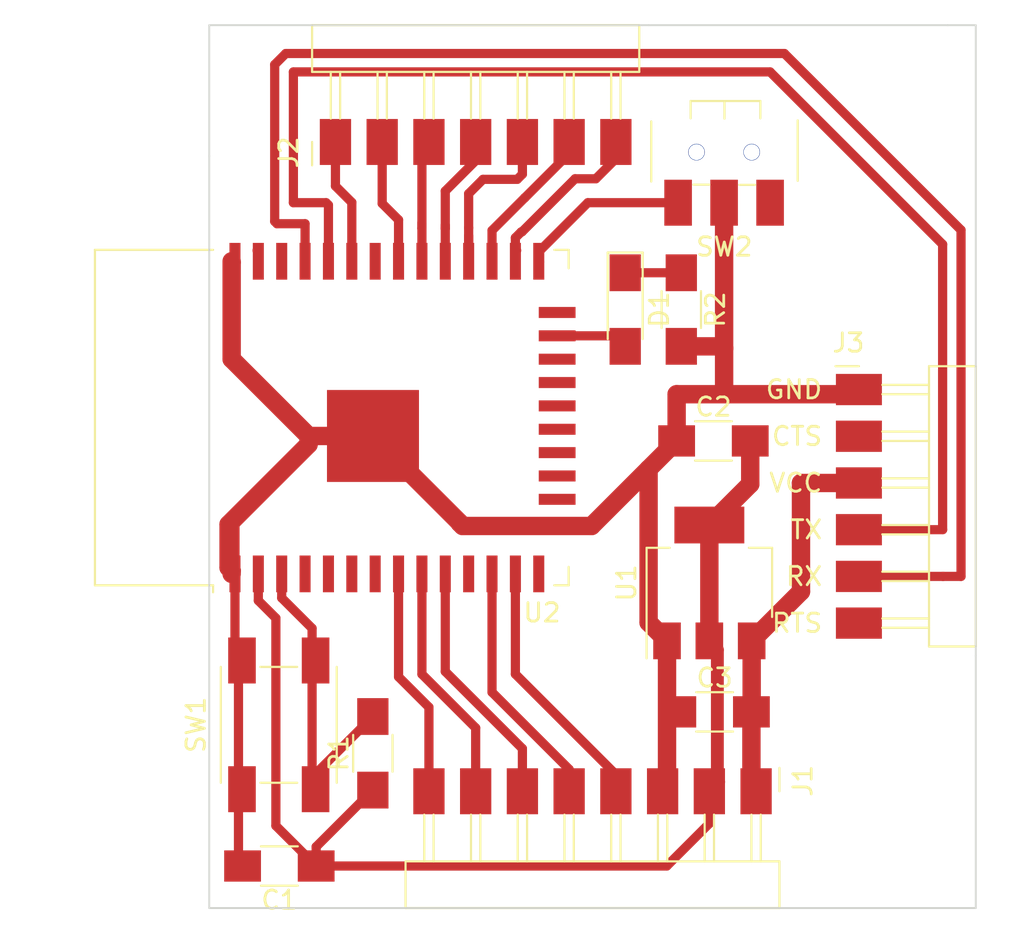
<source format=kicad_pcb>
(kicad_pcb (version 20171130) (host pcbnew "(5.1.10-1-10_14)")

  (general
    (thickness 1.6)
    (drawings 8)
    (tracks 170)
    (zones 0)
    (modules 13)
    (nets 42)
  )

  (page A4)
  (layers
    (0 F.Cu signal)
    (31 B.Cu signal)
    (32 B.Adhes user)
    (33 F.Adhes user)
    (34 B.Paste user)
    (35 F.Paste user)
    (36 B.SilkS user)
    (37 F.SilkS user)
    (38 B.Mask user)
    (39 F.Mask user)
    (40 Dwgs.User user)
    (41 Cmts.User user)
    (42 Eco1.User user)
    (43 Eco2.User user)
    (44 Edge.Cuts user)
    (45 Margin user)
    (46 B.CrtYd user)
    (47 F.CrtYd user)
    (48 B.Fab user)
    (49 F.Fab user)
  )

  (setup
    (last_trace_width 0.5)
    (trace_clearance 0.5)
    (zone_clearance 0.508)
    (zone_45_only no)
    (trace_min 0.2)
    (via_size 0.8)
    (via_drill 0.4)
    (via_min_size 0.4)
    (via_min_drill 0.3)
    (uvia_size 0.3)
    (uvia_drill 0.1)
    (uvias_allowed no)
    (uvia_min_size 0.2)
    (uvia_min_drill 0.1)
    (edge_width 0.1)
    (segment_width 0.2)
    (pcb_text_width 0.3)
    (pcb_text_size 1.5 1.5)
    (mod_edge_width 0.15)
    (mod_text_size 1 1)
    (mod_text_width 0.15)
    (pad_size 1.524 1.524)
    (pad_drill 0.762)
    (pad_to_mask_clearance 0)
    (aux_axis_origin 0 0)
    (visible_elements FFFFFF7F)
    (pcbplotparams
      (layerselection 0x010fc_ffffffff)
      (usegerberextensions false)
      (usegerberattributes true)
      (usegerberadvancedattributes true)
      (creategerberjobfile true)
      (excludeedgelayer true)
      (linewidth 0.100000)
      (plotframeref false)
      (viasonmask false)
      (mode 1)
      (useauxorigin false)
      (hpglpennumber 1)
      (hpglpenspeed 20)
      (hpglpendiameter 15.000000)
      (psnegative false)
      (psa4output false)
      (plotreference true)
      (plotvalue true)
      (plotinvisibletext false)
      (padsonsilk false)
      (subtractmaskfromsilk false)
      (outputformat 1)
      (mirror false)
      (drillshape 1)
      (scaleselection 1)
      (outputdirectory ""))
  )

  (net 0 "")
  (net 1 /VI_3V)
  (net 2 GND)
  (net 3 /MCU_IO15)
  (net 4 /MCU_IO14)
  (net 5 /MCU_IO27)
  (net 6 /MCU_IO25)
  (net 7 /MCU_IO33)
  (net 8 /MCU_IO32)
  (net 9 /MCU_IO21)
  (net 10 /MCU_IO19)
  (net 11 /MCU_IO18)
  (net 12 /MCU_IO5)
  (net 13 /MCU_IO17)
  (net 14 /MCU_IO16)
  (net 15 /MCU_IO4)
  (net 16 "Net-(J3-Pad6)")
  (net 17 /MCU_TX)
  (net 18 /MCU_RX)
  (net 19 /VI_5V)
  (net 20 "Net-(J3-Pad2)")
  (net 21 "Net-(SW2-Pad1)")
  (net 22 /MCU_IO0)
  (net 23 "Net-(U2-Pad32)")
  (net 24 "Net-(U2-Pad22)")
  (net 25 "Net-(U2-Pad21)")
  (net 26 "Net-(U2-Pad20)")
  (net 27 "Net-(U2-Pad19)")
  (net 28 "Net-(U2-Pad18)")
  (net 29 "Net-(U2-Pad17)")
  (net 30 "Net-(U2-Pad16)")
  (net 31 "Net-(U2-Pad11)")
  (net 32 "Net-(U2-Pad7)")
  (net 33 "Net-(U2-Pad6)")
  (net 34 "Net-(U2-Pad5)")
  (net 35 "Net-(U2-Pad4)")
  (net 36 /MCU_EN)
  (net 37 "Net-(U2-Pad14)")
  (net 38 "Net-(U2-Pad24)")
  (net 39 "Net-(U2-Pad37)")
  (net 40 "Net-(U2-Pad36)")
  (net 41 "Net-(D1-Pad1)")

  (net_class Default "This is the default net class."
    (clearance 0.5)
    (trace_width 0.5)
    (via_dia 0.8)
    (via_drill 0.4)
    (uvia_dia 0.3)
    (uvia_drill 0.1)
    (add_net /MCU_EN)
    (add_net /MCU_IO0)
    (add_net /MCU_IO14)
    (add_net /MCU_IO15)
    (add_net /MCU_IO16)
    (add_net /MCU_IO17)
    (add_net /MCU_IO18)
    (add_net /MCU_IO19)
    (add_net /MCU_IO21)
    (add_net /MCU_IO25)
    (add_net /MCU_IO27)
    (add_net /MCU_IO32)
    (add_net /MCU_IO33)
    (add_net /MCU_IO4)
    (add_net /MCU_IO5)
    (add_net /MCU_RX)
    (add_net /MCU_TX)
    (add_net /VI_3V)
    (add_net /VI_5V)
    (add_net GND)
    (add_net "Net-(D1-Pad1)")
    (add_net "Net-(J3-Pad2)")
    (add_net "Net-(J3-Pad6)")
    (add_net "Net-(SW2-Pad1)")
    (add_net "Net-(U2-Pad11)")
    (add_net "Net-(U2-Pad14)")
    (add_net "Net-(U2-Pad16)")
    (add_net "Net-(U2-Pad17)")
    (add_net "Net-(U2-Pad18)")
    (add_net "Net-(U2-Pad19)")
    (add_net "Net-(U2-Pad20)")
    (add_net "Net-(U2-Pad21)")
    (add_net "Net-(U2-Pad22)")
    (add_net "Net-(U2-Pad24)")
    (add_net "Net-(U2-Pad32)")
    (add_net "Net-(U2-Pad36)")
    (add_net "Net-(U2-Pad37)")
    (add_net "Net-(U2-Pad4)")
    (add_net "Net-(U2-Pad5)")
    (add_net "Net-(U2-Pad6)")
    (add_net "Net-(U2-Pad7)")
  )

  (module fab:ESP32-WROOM-32E-EDITED (layer F.Cu) (tedit 619BF0D2) (tstamp 61987352)
    (at 48.26 82.296 90)
    (descr "Single 2.4 GHz Wi-Fi and Bluetooth combo chip https://www.espressif.com/sites/default/files/documentation/esp32-wroom-32_datasheet_en.pdf")
    (tags "Single 2.4 GHz Wi-Fi and Bluetooth combo  chip")
    (path /61A4E688)
    (attr smd)
    (fp_text reference U2 (at -10.61 8.43) (layer F.SilkS)
      (effects (font (size 1 1) (thickness 0.15)))
    )
    (fp_text value ESP32-WROOM-32 (at 0 11.5 90) (layer F.Fab)
      (effects (font (size 1 1) (thickness 0.15)))
    )
    (fp_text user "5 mm" (at 7.8 -19.075) (layer Cmts.User)
      (effects (font (size 0.5 0.5) (thickness 0.1)))
    )
    (fp_text user "5 mm" (at -11.2 -14.375 90) (layer Cmts.User)
      (effects (font (size 0.5 0.5) (thickness 0.1)))
    )
    (fp_text user "5 mm" (at 11.8 -14.375 90) (layer Cmts.User)
      (effects (font (size 0.5 0.5) (thickness 0.1)))
    )
    (fp_text user Antenna (at 0 -13 90) (layer Cmts.User)
      (effects (font (size 1 1) (thickness 0.15)))
    )
    (fp_text user "KEEP-OUT ZONE" (at 0 -19 90) (layer Cmts.User)
      (effects (font (size 1 1) (thickness 0.15)))
    )
    (fp_text user %R (at 0 0 90) (layer F.Fab)
      (effects (font (size 1 1) (thickness 0.15)))
    )
    (fp_line (start -14 -9.97) (end -14 -20.75) (layer Dwgs.User) (width 0.1))
    (fp_line (start 9 9.76) (end 9 -15.745) (layer F.Fab) (width 0.1))
    (fp_line (start -9 9.76) (end 9 9.76) (layer F.Fab) (width 0.1))
    (fp_line (start -9 -15.745) (end -9 -10.02) (layer F.Fab) (width 0.1))
    (fp_line (start -9 -15.745) (end 9 -15.745) (layer F.Fab) (width 0.1))
    (fp_line (start -9.75 10.5) (end -9.75 -9.72) (layer F.CrtYd) (width 0.05))
    (fp_line (start -9.75 10.5) (end 9.75 10.5) (layer F.CrtYd) (width 0.05))
    (fp_line (start 9.75 -9.72) (end 9.75 10.5) (layer F.CrtYd) (width 0.05))
    (fp_line (start -14.25 -21) (end 14.25 -21) (layer F.CrtYd) (width 0.05))
    (fp_line (start -9 -9.02) (end -9 9.76) (layer F.Fab) (width 0.1))
    (fp_line (start -8.5 -9.52) (end -9 -10.02) (layer F.Fab) (width 0.1))
    (fp_line (start -9 -9.02) (end -8.5 -9.52) (layer F.Fab) (width 0.1))
    (fp_line (start 14 -9.97) (end -14 -9.97) (layer Dwgs.User) (width 0.1))
    (fp_line (start 14 -9.97) (end 14 -20.75) (layer Dwgs.User) (width 0.1))
    (fp_line (start 14 -20.75) (end -14 -20.75) (layer Dwgs.User) (width 0.1))
    (fp_line (start -14.25 -21) (end -14.25 -9.72) (layer F.CrtYd) (width 0.05))
    (fp_line (start 14.25 -21) (end 14.25 -9.72) (layer F.CrtYd) (width 0.05))
    (fp_line (start -14.25 -9.72) (end -9.75 -9.72) (layer F.CrtYd) (width 0.05))
    (fp_line (start 9.75 -9.72) (end 14.25 -9.72) (layer F.CrtYd) (width 0.05))
    (fp_line (start -12.525 -20.75) (end -14 -19.66) (layer Dwgs.User) (width 0.1))
    (fp_line (start -10.525 -20.75) (end -14 -18.045) (layer Dwgs.User) (width 0.1))
    (fp_line (start -8.525 -20.75) (end -14 -16.43) (layer Dwgs.User) (width 0.1))
    (fp_line (start -6.525 -20.75) (end -14 -14.815) (layer Dwgs.User) (width 0.1))
    (fp_line (start -4.525 -20.75) (end -14 -13.2) (layer Dwgs.User) (width 0.1))
    (fp_line (start -2.525 -20.75) (end -14 -11.585) (layer Dwgs.User) (width 0.1))
    (fp_line (start -0.525 -20.75) (end -14 -9.97) (layer Dwgs.User) (width 0.1))
    (fp_line (start 1.475 -20.75) (end -12 -9.97) (layer Dwgs.User) (width 0.1))
    (fp_line (start 3.475 -20.75) (end -10 -9.97) (layer Dwgs.User) (width 0.1))
    (fp_line (start -8 -9.97) (end 5.475 -20.75) (layer Dwgs.User) (width 0.1))
    (fp_line (start 7.475 -20.75) (end -6 -9.97) (layer Dwgs.User) (width 0.1))
    (fp_line (start 9.475 -20.75) (end -4 -9.97) (layer Dwgs.User) (width 0.1))
    (fp_line (start 11.475 -20.75) (end -2 -9.97) (layer Dwgs.User) (width 0.1))
    (fp_line (start 13.475 -20.75) (end 0 -9.97) (layer Dwgs.User) (width 0.1))
    (fp_line (start 14 -19.66) (end 2 -9.97) (layer Dwgs.User) (width 0.1))
    (fp_line (start 14 -18.045) (end 4 -9.97) (layer Dwgs.User) (width 0.1))
    (fp_line (start 14 -16.43) (end 6 -9.97) (layer Dwgs.User) (width 0.1))
    (fp_line (start 14 -14.815) (end 8 -9.97) (layer Dwgs.User) (width 0.1))
    (fp_line (start 14 -13.2) (end 10 -9.97) (layer Dwgs.User) (width 0.1))
    (fp_line (start 14 -11.585) (end 12 -9.97) (layer Dwgs.User) (width 0.1))
    (fp_line (start 9.2 -13.875) (end 13.8 -13.875) (layer Cmts.User) (width 0.1))
    (fp_line (start 13.8 -13.875) (end 13.6 -14.075) (layer Cmts.User) (width 0.1))
    (fp_line (start 13.8 -13.875) (end 13.6 -13.675) (layer Cmts.User) (width 0.1))
    (fp_line (start 9.2 -13.875) (end 9.4 -14.075) (layer Cmts.User) (width 0.1))
    (fp_line (start 9.2 -13.875) (end 9.4 -13.675) (layer Cmts.User) (width 0.1))
    (fp_line (start -13.8 -13.875) (end -13.6 -14.075) (layer Cmts.User) (width 0.1))
    (fp_line (start -13.8 -13.875) (end -13.6 -13.675) (layer Cmts.User) (width 0.1))
    (fp_line (start -9.2 -13.875) (end -9.4 -13.675) (layer Cmts.User) (width 0.1))
    (fp_line (start -13.8 -13.875) (end -9.2 -13.875) (layer Cmts.User) (width 0.1))
    (fp_line (start -9.2 -13.875) (end -9.4 -14.075) (layer Cmts.User) (width 0.1))
    (fp_line (start 8.4 -16) (end 8.2 -16.2) (layer Cmts.User) (width 0.1))
    (fp_line (start 8.4 -16) (end 8.6 -16.2) (layer Cmts.User) (width 0.1))
    (fp_line (start 8.4 -20.6) (end 8.6 -20.4) (layer Cmts.User) (width 0.1))
    (fp_line (start 8.4 -16) (end 8.4 -20.6) (layer Cmts.User) (width 0.1))
    (fp_line (start 8.4 -20.6) (end 8.2 -20.4) (layer Cmts.User) (width 0.1))
    (fp_line (start -9.12 9.1) (end -9.12 9.88) (layer F.SilkS) (width 0.12))
    (fp_line (start -9.12 9.88) (end -8.12 9.88) (layer F.SilkS) (width 0.12))
    (fp_line (start 9.12 9.1) (end 9.12 9.88) (layer F.SilkS) (width 0.12))
    (fp_line (start 9.12 9.88) (end 8.12 9.88) (layer F.SilkS) (width 0.12))
    (fp_line (start -9.12 -15.865) (end 9.12 -15.865) (layer F.SilkS) (width 0.12))
    (fp_line (start 9.12 -15.865) (end 9.12 -9.445) (layer F.SilkS) (width 0.12))
    (fp_line (start -9.12 -15.865) (end -9.12 -9.445) (layer F.SilkS) (width 0.12))
    (fp_line (start -9.12 -9.445) (end -9.5 -9.445) (layer F.SilkS) (width 0.12))
    (pad 38 smd rect (at 8.5 -8.255 90) (size 2 0.6) (layers F.Cu F.Paste F.Mask)
      (net 2 GND))
    (pad 37 smd rect (at 8.5 -6.985 90) (size 2 0.6) (layers F.Cu F.Paste F.Mask)
      (net 39 "Net-(U2-Pad37)"))
    (pad 36 smd rect (at 8.5 -5.715 90) (size 2 0.6) (layers F.Cu F.Paste F.Mask)
      (net 40 "Net-(U2-Pad36)"))
    (pad 35 smd rect (at 8.5 -4.445 90) (size 2 0.6) (layers F.Cu F.Paste F.Mask)
      (net 17 /MCU_TX))
    (pad 34 smd rect (at 8.5 -3.175 90) (size 2 0.6) (layers F.Cu F.Paste F.Mask)
      (net 18 /MCU_RX))
    (pad 33 smd rect (at 8.5 -1.905 90) (size 2 0.6) (layers F.Cu F.Paste F.Mask)
      (net 9 /MCU_IO21))
    (pad 32 smd rect (at 8.5 -0.635 90) (size 2 0.6) (layers F.Cu F.Paste F.Mask)
      (net 23 "Net-(U2-Pad32)"))
    (pad 31 smd rect (at 8.5 0.635 90) (size 2 0.6) (layers F.Cu F.Paste F.Mask)
      (net 10 /MCU_IO19))
    (pad 30 smd rect (at 8.5 1.905 90) (size 2 0.6) (layers F.Cu F.Paste F.Mask)
      (net 11 /MCU_IO18))
    (pad 29 smd rect (at 8.5 3.175 90) (size 2 0.6) (layers F.Cu F.Paste F.Mask)
      (net 12 /MCU_IO5))
    (pad 28 smd rect (at 8.5 4.445 90) (size 2 0.6) (layers F.Cu F.Paste F.Mask)
      (net 13 /MCU_IO17))
    (pad 27 smd rect (at 8.5 5.715 90) (size 2 0.6) (layers F.Cu F.Paste F.Mask)
      (net 14 /MCU_IO16))
    (pad 26 smd rect (at 8.5 6.985 90) (size 2 0.6) (layers F.Cu F.Paste F.Mask)
      (net 15 /MCU_IO4))
    (pad 25 smd rect (at 8.5 8.255 90) (size 2 0.6) (layers F.Cu F.Paste F.Mask)
      (net 22 /MCU_IO0))
    (pad 24 smd rect (at 5.715 9.255 180) (size 2 0.6) (layers F.Cu F.Paste F.Mask)
      (net 38 "Net-(U2-Pad24)"))
    (pad 23 smd rect (at 4.445 9.255 180) (size 2 0.6) (layers F.Cu F.Paste F.Mask)
      (net 3 /MCU_IO15))
    (pad 22 smd rect (at 3.175 9.255 180) (size 2 0.6) (layers F.Cu F.Paste F.Mask)
      (net 24 "Net-(U2-Pad22)"))
    (pad 21 smd rect (at 1.905 9.255 180) (size 2 0.6) (layers F.Cu F.Paste F.Mask)
      (net 25 "Net-(U2-Pad21)"))
    (pad 20 smd rect (at 0.635 9.255 180) (size 2 0.6) (layers F.Cu F.Paste F.Mask)
      (net 26 "Net-(U2-Pad20)"))
    (pad 19 smd rect (at -0.635 9.255 180) (size 2 0.6) (layers F.Cu F.Paste F.Mask)
      (net 27 "Net-(U2-Pad19)"))
    (pad 18 smd rect (at -1.905 9.255 180) (size 2 0.6) (layers F.Cu F.Paste F.Mask)
      (net 28 "Net-(U2-Pad18)"))
    (pad 17 smd rect (at -3.175 9.255 180) (size 2 0.6) (layers F.Cu F.Paste F.Mask)
      (net 29 "Net-(U2-Pad17)"))
    (pad 16 smd rect (at -4.445 9.255 180) (size 2 0.6) (layers F.Cu F.Paste F.Mask)
      (net 30 "Net-(U2-Pad16)"))
    (pad 15 smd rect (at -5.715 9.255 180) (size 2 0.6) (layers F.Cu F.Paste F.Mask)
      (net 2 GND))
    (pad 14 smd rect (at -8.5 8.255 90) (size 2 0.6) (layers F.Cu F.Paste F.Mask)
      (net 37 "Net-(U2-Pad14)"))
    (pad 13 smd rect (at -8.5 6.985 90) (size 2 0.6) (layers F.Cu F.Paste F.Mask)
      (net 4 /MCU_IO14))
    (pad 12 smd rect (at -8.5 5.715 90) (size 2 0.6) (layers F.Cu F.Paste F.Mask)
      (net 5 /MCU_IO27))
    (pad 11 smd rect (at -8.5 4.445 90) (size 2 0.6) (layers F.Cu F.Paste F.Mask)
      (net 31 "Net-(U2-Pad11)"))
    (pad 10 smd rect (at -8.5 3.175 90) (size 2 0.6) (layers F.Cu F.Paste F.Mask)
      (net 6 /MCU_IO25))
    (pad 9 smd rect (at -8.5 1.905 90) (size 2 0.6) (layers F.Cu F.Paste F.Mask)
      (net 7 /MCU_IO33))
    (pad 8 smd rect (at -8.5 0.635 90) (size 2 0.6) (layers F.Cu F.Paste F.Mask)
      (net 8 /MCU_IO32))
    (pad 7 smd rect (at -8.5 -0.635 90) (size 2 0.6) (layers F.Cu F.Paste F.Mask)
      (net 32 "Net-(U2-Pad7)"))
    (pad 6 smd rect (at -8.5 -1.905 90) (size 2 0.6) (layers F.Cu F.Paste F.Mask)
      (net 33 "Net-(U2-Pad6)"))
    (pad 5 smd rect (at -8.5 -3.175 90) (size 2 0.6) (layers F.Cu F.Paste F.Mask)
      (net 34 "Net-(U2-Pad5)"))
    (pad 4 smd rect (at -8.5 -4.445 90) (size 2 0.6) (layers F.Cu F.Paste F.Mask)
      (net 35 "Net-(U2-Pad4)"))
    (pad 3 smd rect (at -8.5 -5.715 90) (size 2 0.6) (layers F.Cu F.Paste F.Mask)
      (net 36 /MCU_EN))
    (pad 2 smd rect (at -8.5 -6.985 90) (size 2 0.6) (layers F.Cu F.Paste F.Mask)
      (net 1 /VI_3V))
    (pad 1 smd rect (at -8.5 -8.255 90) (size 2 0.6) (layers F.Cu F.Paste F.Mask)
      (net 2 GND))
    (pad 39 smd rect (at -1 -0.755 90) (size 5 5) (layers F.Cu F.Paste F.Mask)
      (net 2 GND))
    (model ${KISYS3DMOD}/RF_Module.3dshapes/ESP32-WROOM-32.wrl
      (at (xyz 0 0 0))
      (scale (xyz 1 1 1))
      (rotate (xyz 0 0 0))
    )
  )

  (module fab:R_1206 (layer F.Cu) (tedit 60020482) (tstamp 619BB086)
    (at 64.262 76.422 270)
    (descr "Resistor SMD 1206, hand soldering")
    (tags "resistor 1206")
    (path /61AF56A4)
    (attr smd)
    (fp_text reference R2 (at 0 -1.85 90) (layer F.SilkS)
      (effects (font (size 1 1) (thickness 0.15)))
    )
    (fp_text value 1kΩ (at 0 1.9 90) (layer F.Fab)
      (effects (font (size 1 1) (thickness 0.15)))
    )
    (fp_line (start 3.25 1.1) (end -3.25 1.1) (layer F.CrtYd) (width 0.05))
    (fp_line (start 3.25 1.1) (end 3.25 -1.11) (layer F.CrtYd) (width 0.05))
    (fp_line (start -3.25 -1.11) (end -3.25 1.1) (layer F.CrtYd) (width 0.05))
    (fp_line (start -3.25 -1.11) (end 3.25 -1.11) (layer F.CrtYd) (width 0.05))
    (fp_line (start -1 -1.07) (end 1 -1.07) (layer F.SilkS) (width 0.12))
    (fp_line (start 1 1.07) (end -1 1.07) (layer F.SilkS) (width 0.12))
    (fp_line (start -1.6 -0.8) (end 1.6 -0.8) (layer F.Fab) (width 0.1))
    (fp_line (start 1.6 -0.8) (end 1.6 0.8) (layer F.Fab) (width 0.1))
    (fp_line (start 1.6 0.8) (end -1.6 0.8) (layer F.Fab) (width 0.1))
    (fp_line (start -1.6 0.8) (end -1.6 -0.8) (layer F.Fab) (width 0.1))
    (fp_text user %R (at 0 0 90) (layer F.Fab)
      (effects (font (size 0.7 0.7) (thickness 0.105)))
    )
    (pad 1 smd rect (at -2 0 270) (size 2 1.7) (layers F.Cu F.Paste F.Mask)
      (net 41 "Net-(D1-Pad1)"))
    (pad 2 smd rect (at 2 0 270) (size 2 1.7) (layers F.Cu F.Paste F.Mask)
      (net 2 GND))
    (model ${FAB}/fab.3dshapes/R_1206.step
      (at (xyz 0 0 0))
      (scale (xyz 1 1 1))
      (rotate (xyz 0 0 0))
    )
  )

  (module fab:LED_1206 (layer F.Cu) (tedit 595FC724) (tstamp 619BAF11)
    (at 61.214 76.422 270)
    (descr "LED SMD 1206, hand soldering")
    (tags "LED 1206")
    (path /61AF47B9)
    (attr smd)
    (fp_text reference D1 (at 0 -1.85 90) (layer F.SilkS)
      (effects (font (size 1 1) (thickness 0.15)))
    )
    (fp_text value LED (at 0 1.9 90) (layer F.Fab)
      (effects (font (size 1 1) (thickness 0.15)))
    )
    (fp_line (start -3.1 -0.95) (end -3.1 0.95) (layer F.SilkS) (width 0.12))
    (fp_line (start -0.4 0) (end 0.2 -0.4) (layer F.Fab) (width 0.1))
    (fp_line (start 0.2 -0.4) (end 0.2 0.4) (layer F.Fab) (width 0.1))
    (fp_line (start 0.2 0.4) (end -0.4 0) (layer F.Fab) (width 0.1))
    (fp_line (start -0.45 -0.4) (end -0.45 0.4) (layer F.Fab) (width 0.1))
    (fp_line (start -1.6 0.8) (end -1.6 -0.8) (layer F.Fab) (width 0.1))
    (fp_line (start 1.6 0.8) (end -1.6 0.8) (layer F.Fab) (width 0.1))
    (fp_line (start 1.6 -0.8) (end 1.6 0.8) (layer F.Fab) (width 0.1))
    (fp_line (start -1.6 -0.8) (end 1.6 -0.8) (layer F.Fab) (width 0.1))
    (fp_line (start -3.1 0.95) (end 1.6 0.95) (layer F.SilkS) (width 0.12))
    (fp_line (start -3.1 -0.95) (end 1.6 -0.95) (layer F.SilkS) (width 0.12))
    (fp_line (start -3.25 -1.11) (end 3.25 -1.11) (layer F.CrtYd) (width 0.05))
    (fp_line (start -3.25 -1.11) (end -3.25 1.1) (layer F.CrtYd) (width 0.05))
    (fp_line (start 3.25 1.1) (end 3.25 -1.11) (layer F.CrtYd) (width 0.05))
    (fp_line (start 3.25 1.1) (end -3.25 1.1) (layer F.CrtYd) (width 0.05))
    (pad 1 smd rect (at -2 0 270) (size 2 1.7) (layers F.Cu F.Paste F.Mask)
      (net 41 "Net-(D1-Pad1)"))
    (pad 2 smd rect (at 2 0 270) (size 2 1.7) (layers F.Cu F.Paste F.Mask)
      (net 3 /MCU_IO15))
    (model ${KISYS3DMOD}/LEDs.3dshapes/LED_1206.wrl
      (at (xyz 0 0 0))
      (scale (xyz 1 1 1))
      (rotate (xyz 0 0 180))
    )
  )

  (module fab:Button_Omron_B3SN_6x6mm (layer F.Cu) (tedit 5EC65B05) (tstamp 619872A7)
    (at 42.386 99.004 90)
    (descr "Surface Mount Tactile Switch for High-Density Packaging")
    (tags "Tactile Switch")
    (path /619BBC44)
    (attr smd)
    (fp_text reference SW1 (at 0 -4.5 90) (layer F.SilkS)
      (effects (font (size 1 1) (thickness 0.15)))
    )
    (fp_text value BUTTON_B3SN (at -0.056 -6.382 90) (layer F.Fab)
      (effects (font (size 1 1) (thickness 0.15)))
    )
    (fp_line (start -5 3.7) (end 5 3.7) (layer F.CrtYd) (width 0.05))
    (fp_line (start 5 3.7) (end 5 -3.7) (layer F.CrtYd) (width 0.05))
    (fp_line (start 5 -3.7) (end -5 -3.7) (layer F.CrtYd) (width 0.05))
    (fp_line (start -5 -3.7) (end -5 3.7) (layer F.CrtYd) (width 0.05))
    (fp_line (start -3.15 -3.15) (end 3.15 -3.15) (layer F.SilkS) (width 0.12))
    (fp_line (start -3.15 1) (end -3.15 -1) (layer F.SilkS) (width 0.12))
    (fp_line (start 3.15 3.15) (end -3.15 3.15) (layer F.SilkS) (width 0.12))
    (fp_line (start 3.15 -1) (end 3.15 1) (layer F.SilkS) (width 0.12))
    (fp_circle (center 0 0) (end 1.65 0) (layer F.Fab) (width 0.1))
    (fp_line (start -3 -3) (end 3 -3) (layer F.Fab) (width 0.1))
    (fp_line (start 3 -3) (end 3 3) (layer F.Fab) (width 0.1))
    (fp_line (start 3 3) (end -3 3) (layer F.Fab) (width 0.1))
    (fp_line (start -3 3) (end -3 -3) (layer F.Fab) (width 0.1))
    (fp_text user %R (at 0 -4.5 90) (layer F.Fab)
      (effects (font (size 1 1) (thickness 0.15)))
    )
    (pad 1 smd rect (at -3.5 -2 90) (size 2.5 1.5) (layers F.Cu F.Paste F.Mask)
      (net 2 GND))
    (pad 1 smd rect (at 3.5 -2 90) (size 2.5 1.5) (layers F.Cu F.Paste F.Mask)
      (net 2 GND))
    (pad 2 smd rect (at -3.5 2 90) (size 2.5 1.5) (layers F.Cu F.Paste F.Mask)
      (net 36 /MCU_EN))
    (pad 2 smd rect (at 3.5 2 90) (size 2.5 1.5) (layers F.Cu F.Paste F.Mask)
      (net 36 /MCU_EN))
    (model ${KISYS3DMOD}/Buttons_Switches_SMD.3dshapes/SW_SPST_B3S-1000.wrl
      (at (xyz 0 0 0))
      (scale (xyz 1 1 1))
      (rotate (xyz 0 0 0))
    )
  )

  (module fab:PinHeader_1x07_P2.54mm_Horizontal_SMD (layer F.Cu) (tedit 60851979) (tstamp 619B8769)
    (at 45.466 67.31 90)
    (descr https://s3.amazonaws.com/catalogspreads-pdf/PAGE112-113%20.100%20MALE%20HDR.pdf)
    (tags "horizontal pin header SMD 2.54mm")
    (path /61AC9201)
    (attr smd)
    (fp_text reference J2 (at -1.524 -2.54 270) (layer F.SilkS)
      (effects (font (size 1 1) (thickness 0.15)) (justify left))
    )
    (fp_text value Conn_01x07_Female (at 0 18.415 90) (layer F.Fab)
      (effects (font (size 1 1) (thickness 0.15)))
    )
    (fp_line (start 3.81 15.494) (end 1.27 15.494) (layer F.SilkS) (width 0.12))
    (fp_line (start -0.635 14.986) (end -0.635 15.494) (layer F.Fab) (width 0.1))
    (fp_line (start 3.81 14.986) (end 1.27 14.986) (layer F.SilkS) (width 0.12))
    (fp_line (start 3.81 15.24) (end -0.635 15.24) (layer F.Fab) (width 0.1))
    (fp_line (start 6.4 -1.8) (end -1.8 -1.8) (layer F.CrtYd) (width 0.05))
    (fp_line (start 6.4 17) (end 6.4 -1.8) (layer F.CrtYd) (width 0.05))
    (fp_line (start -1.8 17) (end 6.4 17) (layer F.CrtYd) (width 0.05))
    (fp_line (start -1.8 -1.8) (end -1.8 17) (layer F.CrtYd) (width 0.05))
    (fp_line (start -1.27 -1.27) (end 0 -1.27) (layer F.SilkS) (width 0.12))
    (fp_line (start 3.8 16.51) (end 3.8 -1.27) (layer F.Fab) (width 0.1))
    (fp_line (start 3.8 -1.27) (end 6.34 -1.27) (layer F.Fab) (width 0.1))
    (fp_line (start 3.8 16.51) (end 6.35 16.51) (layer F.Fab) (width 0.1))
    (fp_line (start 6.34 -1.27) (end 6.35 16.51) (layer F.Fab) (width 0.1))
    (fp_line (start 3.81 0) (end -0.635 0) (layer F.Fab) (width 0.1))
    (fp_line (start 3.81 2.54) (end -0.635 2.54) (layer F.Fab) (width 0.1))
    (fp_line (start 3.81 5.08) (end -0.635 5.08) (layer F.Fab) (width 0.1))
    (fp_line (start 3.81 7.62) (end -0.635 7.62) (layer F.Fab) (width 0.1))
    (fp_line (start 3.81 10.16) (end -0.635 10.16) (layer F.Fab) (width 0.1))
    (fp_line (start 3.81 12.7) (end -0.635 12.7) (layer F.Fab) (width 0.1))
    (fp_line (start 3.81 -1.27) (end 6.35 -1.27) (layer F.SilkS) (width 0.12))
    (fp_line (start 6.35 -1.27) (end 6.35 16.51) (layer F.SilkS) (width 0.12))
    (fp_line (start 6.35 16.51) (end 3.81 16.51) (layer F.SilkS) (width 0.12))
    (fp_line (start 3.81 16.51) (end 3.81 -1.27) (layer F.SilkS) (width 0.12))
    (fp_line (start 3.81 -0.254) (end 1.27 -0.254) (layer F.SilkS) (width 0.12))
    (fp_line (start 3.81 0.254) (end 1.27 0.254) (layer F.SilkS) (width 0.12))
    (fp_line (start 3.81 2.286) (end 1.27 2.286) (layer F.SilkS) (width 0.12))
    (fp_line (start 3.81 2.794) (end 1.27 2.794) (layer F.SilkS) (width 0.12))
    (fp_line (start 3.81 4.826) (end 1.27 4.826) (layer F.SilkS) (width 0.12))
    (fp_line (start 3.81 5.334) (end 1.27 5.334) (layer F.SilkS) (width 0.12))
    (fp_line (start 3.81 7.366) (end 1.27 7.366) (layer F.SilkS) (width 0.12))
    (fp_line (start 3.81 7.874) (end 1.27 7.874) (layer F.SilkS) (width 0.12))
    (fp_line (start 3.81 9.906) (end 1.27 9.906) (layer F.SilkS) (width 0.12))
    (fp_line (start 3.81 10.414) (end 1.27 10.414) (layer F.SilkS) (width 0.12))
    (fp_line (start 3.81 12.446) (end 1.27 12.446) (layer F.SilkS) (width 0.12))
    (fp_line (start 3.81 12.954) (end 1.27 12.954) (layer F.SilkS) (width 0.12))
    (fp_line (start -0.635 -0.254) (end -0.635 0.254) (layer F.Fab) (width 0.1))
    (fp_line (start -0.635 2.286) (end -0.635 2.794) (layer F.Fab) (width 0.1))
    (fp_line (start -0.635 4.826) (end -0.635 5.334) (layer F.Fab) (width 0.1))
    (fp_line (start -0.635 7.366) (end -0.635 7.874) (layer F.Fab) (width 0.1))
    (fp_line (start -0.635 9.906) (end -0.635 10.414) (layer F.Fab) (width 0.1))
    (fp_line (start -0.635 12.446) (end -0.635 12.954) (layer F.Fab) (width 0.1))
    (fp_text user %R (at 2.6 7.62) (layer F.Fab)
      (effects (font (size 1 1) (thickness 0.15)))
    )
    (pad 7 smd rect (at 0 15.24 90) (size 2.5 1.7) (layers F.Cu F.Paste F.Mask)
      (net 15 /MCU_IO4))
    (pad 6 smd rect (at 0 12.7 90) (size 2.5 1.7) (layers F.Cu F.Paste F.Mask)
      (net 14 /MCU_IO16))
    (pad 5 smd rect (at 0 10.16 90) (size 2.5 1.7) (layers F.Cu F.Paste F.Mask)
      (net 13 /MCU_IO17))
    (pad 4 smd rect (at 0 7.62 90) (size 2.5 1.7) (layers F.Cu F.Paste F.Mask)
      (net 12 /MCU_IO5))
    (pad 3 smd rect (at 0 5.08 90) (size 2.5 1.7) (layers F.Cu F.Paste F.Mask)
      (net 11 /MCU_IO18))
    (pad 2 smd rect (at 0 2.54 90) (size 2.5 1.7) (layers F.Cu F.Paste F.Mask)
      (net 10 /MCU_IO19))
    (pad 1 smd rect (at 0 0 90) (size 2.5 1.7) (layers F.Cu F.Paste F.Mask)
      (net 9 /MCU_IO21))
    (model ${FAB}/fab.3dshapes/Header_SMD_01x07_P2.54mm_Horizontal_Male.step
      (at (xyz 0 0 0))
      (scale (xyz 1 1 1))
      (rotate (xyz 0 0 0))
    )
  )

  (module fab:PinHeader_1x08_P2.54mm_Horizontal_SMD (layer F.Cu) (tedit 608519DA) (tstamp 6198720B)
    (at 68.326 102.616 270)
    (descr https://s3.amazonaws.com/catalogspreads-pdf/PAGE112-113%20.100%20MALE%20HDR.pdf)
    (tags "horizontal pin header SMD 2.54mm")
    (path /6198C9B1)
    (attr smd)
    (fp_text reference J1 (at -1.524 -2.54 270) (layer F.SilkS)
      (effects (font (size 1 1) (thickness 0.15)) (justify right))
    )
    (fp_text value Conn_01x08_Female (at 7.62 9.398 180) (layer F.Fab)
      (effects (font (size 1 1) (thickness 0.15)))
    )
    (fp_line (start -0.635 12.446) (end -0.635 12.954) (layer F.Fab) (width 0.1))
    (fp_line (start -0.635 9.906) (end -0.635 10.414) (layer F.Fab) (width 0.1))
    (fp_line (start -0.635 7.366) (end -0.635 7.874) (layer F.Fab) (width 0.1))
    (fp_line (start -0.635 4.826) (end -0.635 5.334) (layer F.Fab) (width 0.1))
    (fp_line (start -0.635 2.286) (end -0.635 2.794) (layer F.Fab) (width 0.1))
    (fp_line (start -0.635 -0.254) (end -0.635 0.254) (layer F.Fab) (width 0.1))
    (fp_line (start 3.81 12.954) (end 1.27 12.954) (layer F.SilkS) (width 0.12))
    (fp_line (start 3.81 12.446) (end 1.27 12.446) (layer F.SilkS) (width 0.12))
    (fp_line (start 3.81 10.414) (end 1.27 10.414) (layer F.SilkS) (width 0.12))
    (fp_line (start 3.81 9.906) (end 1.27 9.906) (layer F.SilkS) (width 0.12))
    (fp_line (start 3.81 7.874) (end 1.27 7.874) (layer F.SilkS) (width 0.12))
    (fp_line (start 3.81 7.366) (end 1.27 7.366) (layer F.SilkS) (width 0.12))
    (fp_line (start 3.81 5.334) (end 1.27 5.334) (layer F.SilkS) (width 0.12))
    (fp_line (start 3.81 4.826) (end 1.27 4.826) (layer F.SilkS) (width 0.12))
    (fp_line (start 3.81 2.794) (end 1.27 2.794) (layer F.SilkS) (width 0.12))
    (fp_line (start 3.81 2.286) (end 1.27 2.286) (layer F.SilkS) (width 0.12))
    (fp_line (start 3.81 0.254) (end 1.27 0.254) (layer F.SilkS) (width 0.12))
    (fp_line (start 3.81 -0.254) (end 1.27 -0.254) (layer F.SilkS) (width 0.12))
    (fp_line (start 3.81 19.05) (end 3.81 -1.27) (layer F.SilkS) (width 0.12))
    (fp_line (start 6.35 19.05) (end 3.81 19.05) (layer F.SilkS) (width 0.12))
    (fp_line (start 6.35 -1.27) (end 6.35 19.05) (layer F.SilkS) (width 0.12))
    (fp_line (start 3.81 -1.27) (end 6.35 -1.27) (layer F.SilkS) (width 0.12))
    (fp_line (start 3.81 12.7) (end -0.635 12.7) (layer F.Fab) (width 0.1))
    (fp_line (start 3.81 10.16) (end -0.635 10.16) (layer F.Fab) (width 0.1))
    (fp_line (start 3.81 7.62) (end -0.635 7.62) (layer F.Fab) (width 0.1))
    (fp_line (start 3.81 5.08) (end -0.635 5.08) (layer F.Fab) (width 0.1))
    (fp_line (start 3.81 2.54) (end -0.635 2.54) (layer F.Fab) (width 0.1))
    (fp_line (start 3.81 0) (end -0.635 0) (layer F.Fab) (width 0.1))
    (fp_line (start 6.34 -1.27) (end 6.35 19.05) (layer F.Fab) (width 0.1))
    (fp_line (start 3.8 19.05) (end 6.35 19.05) (layer F.Fab) (width 0.1))
    (fp_line (start 3.8 -1.27) (end 6.34 -1.27) (layer F.Fab) (width 0.1))
    (fp_line (start 3.8 19.05) (end 3.8 -1.27) (layer F.Fab) (width 0.1))
    (fp_line (start -1.27 -1.27) (end 0 -1.27) (layer F.SilkS) (width 0.12))
    (fp_line (start -1.8 -1.8) (end -1.8 19.6) (layer F.CrtYd) (width 0.05))
    (fp_line (start -1.8 19.6) (end 6.4 19.6) (layer F.CrtYd) (width 0.05))
    (fp_line (start 6.4 19.6) (end 6.4 -1.8) (layer F.CrtYd) (width 0.05))
    (fp_line (start 6.4 -1.8) (end -1.8 -1.8) (layer F.CrtYd) (width 0.05))
    (fp_line (start 3.81 15.24) (end -0.635 15.24) (layer F.Fab) (width 0.1))
    (fp_line (start 3.81 14.986) (end 1.27 14.986) (layer F.SilkS) (width 0.12))
    (fp_line (start -0.635 14.986) (end -0.635 15.494) (layer F.Fab) (width 0.1))
    (fp_line (start 3.81 15.494) (end 1.27 15.494) (layer F.SilkS) (width 0.12))
    (fp_line (start 3.81 17.78) (end -0.635 17.78) (layer F.Fab) (width 0.1))
    (fp_line (start -0.635 17.526) (end -0.635 18.034) (layer F.Fab) (width 0.1))
    (fp_line (start 3.81 17.526) (end 1.27 17.526) (layer F.SilkS) (width 0.12))
    (fp_line (start 3.81 18.034) (end 1.27 18.034) (layer F.SilkS) (width 0.12))
    (fp_text user %R (at 2.54 8.89) (layer F.Fab)
      (effects (font (size 1 1) (thickness 0.15)))
    )
    (pad 8 smd rect (at 0 17.78 270) (size 2.5 1.7) (layers F.Cu F.Paste F.Mask)
      (net 8 /MCU_IO32))
    (pad 7 smd rect (at 0 15.24 270) (size 2.5 1.7) (layers F.Cu F.Paste F.Mask)
      (net 7 /MCU_IO33))
    (pad 6 smd rect (at 0 12.7 270) (size 2.5 1.7) (layers F.Cu F.Paste F.Mask)
      (net 6 /MCU_IO25))
    (pad 5 smd rect (at 0 10.16 270) (size 2.5 1.7) (layers F.Cu F.Paste F.Mask)
      (net 5 /MCU_IO27))
    (pad 4 smd rect (at 0 7.62 270) (size 2.5 1.7) (layers F.Cu F.Paste F.Mask)
      (net 4 /MCU_IO14))
    (pad 3 smd rect (at 0 5.08 270) (size 2.5 1.7) (layers F.Cu F.Paste F.Mask)
      (net 2 GND))
    (pad 2 smd rect (at 0 2.54 270) (size 2.5 1.7) (layers F.Cu F.Paste F.Mask)
      (net 1 /VI_3V))
    (pad 1 smd rect (at 0 0 270) (size 2.5 1.7) (layers F.Cu F.Paste F.Mask)
      (net 19 /VI_5V))
    (model ${FAB}/fab.3dshapes/Header_SMD_01x08_P2.54mm_Horizontal_Male.step
      (at (xyz 0 0 0))
      (scale (xyz 1 1 1))
      (rotate (xyz 0 0 0))
    )
  )

  (module fab:C_1206 (layer F.Cu) (tedit 6002C54C) (tstamp 619871C0)
    (at 42.418 106.68 180)
    (descr "Capacitor SMD 1206, hand soldering")
    (tags "capacitor 1206")
    (path /61986C17)
    (attr smd)
    (fp_text reference C1 (at 0 -1.85) (layer F.SilkS)
      (effects (font (size 1 1) (thickness 0.15)))
    )
    (fp_text value "0.1 uF" (at 0 1.9) (layer F.Fab)
      (effects (font (size 1 1) (thickness 0.15)))
    )
    (fp_line (start 3.25 1.1) (end -3.25 1.1) (layer F.CrtYd) (width 0.05))
    (fp_line (start 3.25 1.1) (end 3.25 -1.11) (layer F.CrtYd) (width 0.05))
    (fp_line (start -3.25 -1.11) (end -3.25 1.1) (layer F.CrtYd) (width 0.05))
    (fp_line (start -3.25 -1.11) (end 3.25 -1.11) (layer F.CrtYd) (width 0.05))
    (fp_line (start -1 -1.07) (end 1 -1.07) (layer F.SilkS) (width 0.12))
    (fp_line (start 1 1.07) (end -1 1.07) (layer F.SilkS) (width 0.12))
    (fp_line (start -1.6 -0.8) (end 1.6 -0.8) (layer F.Fab) (width 0.1))
    (fp_line (start 1.6 -0.8) (end 1.6 0.8) (layer F.Fab) (width 0.1))
    (fp_line (start 1.6 0.8) (end -1.6 0.8) (layer F.Fab) (width 0.1))
    (fp_line (start -1.6 0.8) (end -1.6 -0.8) (layer F.Fab) (width 0.1))
    (fp_text user %R (at 0 0) (layer F.Fab)
      (effects (font (size 0.7 0.7) (thickness 0.105)))
    )
    (pad 1 smd rect (at -2 0 180) (size 2 1.7) (layers F.Cu F.Paste F.Mask)
      (net 1 /VI_3V))
    (pad 2 smd rect (at 2 0 180) (size 2 1.7) (layers F.Cu F.Paste F.Mask)
      (net 2 GND))
    (model ${FAB}/fab.3dshapes/C_1206.step
      (at (xyz 0 0 0))
      (scale (xyz 1 1 1))
      (rotate (xyz 0 0 0))
    )
  )

  (module fab:C_1206 (layer F.Cu) (tedit 6002C54C) (tstamp 6198B8AB)
    (at 66.072 98.298)
    (descr "Capacitor SMD 1206, hand soldering")
    (tags "capacitor 1206")
    (path /619D9FC9)
    (attr smd)
    (fp_text reference C3 (at 0 -1.85) (layer F.SilkS)
      (effects (font (size 1 1) (thickness 0.15)))
    )
    (fp_text value 10uF (at 0 1.9) (layer F.Fab)
      (effects (font (size 1 1) (thickness 0.15)))
    )
    (fp_line (start 3.25 1.1) (end -3.25 1.1) (layer F.CrtYd) (width 0.05))
    (fp_line (start 3.25 1.1) (end 3.25 -1.11) (layer F.CrtYd) (width 0.05))
    (fp_line (start -3.25 -1.11) (end -3.25 1.1) (layer F.CrtYd) (width 0.05))
    (fp_line (start -3.25 -1.11) (end 3.25 -1.11) (layer F.CrtYd) (width 0.05))
    (fp_line (start -1 -1.07) (end 1 -1.07) (layer F.SilkS) (width 0.12))
    (fp_line (start 1 1.07) (end -1 1.07) (layer F.SilkS) (width 0.12))
    (fp_line (start -1.6 -0.8) (end 1.6 -0.8) (layer F.Fab) (width 0.1))
    (fp_line (start 1.6 -0.8) (end 1.6 0.8) (layer F.Fab) (width 0.1))
    (fp_line (start 1.6 0.8) (end -1.6 0.8) (layer F.Fab) (width 0.1))
    (fp_line (start -1.6 0.8) (end -1.6 -0.8) (layer F.Fab) (width 0.1))
    (fp_text user %R (at 0 0) (layer F.Fab)
      (effects (font (size 0.7 0.7) (thickness 0.105)))
    )
    (pad 1 smd rect (at -2 0) (size 2 1.7) (layers F.Cu F.Paste F.Mask)
      (net 2 GND))
    (pad 2 smd rect (at 2 0) (size 2 1.7) (layers F.Cu F.Paste F.Mask)
      (net 19 /VI_5V))
    (model ${FAB}/fab.3dshapes/C_1206.step
      (at (xyz 0 0 0))
      (scale (xyz 1 1 1))
      (rotate (xyz 0 0 0))
    )
  )

  (module fab:Switch_SPDT_C&K_AYZ0102AGRLC_7.2x3mm_P2.5mm (layer F.Cu) (tedit 5EC6693D) (tstamp 619872CD)
    (at 66.588 67.862 180)
    (descr http://www.ckswitches.com/media/1422/js.pdf)
    (tags "switch spdt")
    (path /6198348D)
    (attr smd)
    (fp_text reference SW2 (at -0.01 -5.15) (layer F.SilkS)
      (effects (font (size 1 1) (thickness 0.15)))
    )
    (fp_text value SWITCH_AYZ0102AGRLC (at -4.826 2.794) (layer F.Fab)
      (effects (font (size 1 1) (thickness 0.15)))
    )
    (fp_text user %R (at 0 0) (layer F.Fab)
      (effects (font (size 1 1) (thickness 0.15)))
    )
    (fp_line (start 3.5 -4.29) (end -3.5 -4.29) (layer F.CrtYd) (width 0.05))
    (fp_line (start -1.5 2.5) (end -1.5 1.5) (layer F.Fab) (width 0.1))
    (fp_line (start -3.6 -1.5) (end -3.6 1.5) (layer F.Fab) (width 0.1))
    (fp_line (start 3.6 1.5) (end -3.6 1.5) (layer F.Fab) (width 0.1))
    (fp_line (start 3.6 -1.5) (end 3.6 1.5) (layer F.Fab) (width 0.1))
    (fp_line (start -3.6 -1.5) (end 3.6 -1.5) (layer F.Fab) (width 0.1))
    (fp_line (start 0 2.5) (end 0 1.5) (layer F.Fab) (width 0.1))
    (fp_line (start -1.5 2.5) (end 0 2.5) (layer F.Fab) (width 0.1))
    (fp_line (start 1.5 2.5) (end 1.5 1.5) (layer F.Fab) (width 0.1))
    (fp_line (start 3.5 -4.29) (end 3.5 -1.83) (layer F.CrtYd) (width 0.05))
    (fp_line (start 3.5 -1.83) (end 3.95 -1.83) (layer F.CrtYd) (width 0.05))
    (fp_line (start -3.99 -1.89) (end -3.5 -1.89) (layer F.CrtYd) (width 0.05))
    (fp_line (start -3.5 -1.89) (end -3.5 -4.29) (layer F.CrtYd) (width 0.05))
    (fp_line (start 3.95 -1.83) (end 3.95 1.82) (layer F.CrtYd) (width 0.05))
    (fp_line (start 3.95 1.82) (end 1.86 1.82) (layer F.CrtYd) (width 0.05))
    (fp_line (start 1.86 1.82) (end 1.86 2.91) (layer F.CrtYd) (width 0.05))
    (fp_line (start 1.86 2.91) (end -1.93 2.91) (layer F.CrtYd) (width 0.05))
    (fp_line (start -1.93 2.91) (end -1.93 1.84) (layer F.CrtYd) (width 0.05))
    (fp_line (start -1.93 1.84) (end -3.99 1.84) (layer F.CrtYd) (width 0.05))
    (fp_line (start -3.99 1.84) (end -3.99 -1.89) (layer F.CrtYd) (width 0.05))
    (fp_line (start -4 -1.56) (end -4 1.73) (layer F.SilkS) (width 0.12))
    (fp_line (start 3.96 -1.6) (end 3.96 1.67) (layer F.SilkS) (width 0.12))
    (fp_line (start -1.97 1.84) (end -1.97 2.78) (layer F.SilkS) (width 0.12))
    (fp_line (start -1.97 2.78) (end 1.82 2.78) (layer F.SilkS) (width 0.12))
    (fp_line (start 1.82 2.78) (end 1.82 1.84) (layer F.SilkS) (width 0.12))
    (fp_line (start -1.68 -1.78) (end -0.83 -1.78) (layer F.SilkS) (width 0.12))
    (fp_line (start 0.8 -1.77) (end 1.67 -1.77) (layer F.SilkS) (width 0.12))
    (fp_line (start -0.02 1.82) (end -0.02 2.77) (layer F.SilkS) (width 0.12))
    (pad "" np_thru_hole circle (at 1.5 0 180) (size 0.9 0.9) (drill 0.85) (layers *.Cu *.Mask))
    (pad "" np_thru_hole circle (at -1.5 0 180) (size 0.9 0.9) (drill 0.85) (layers *.Cu *.Mask))
    (pad 3 smd rect (at 2.5 -2.75 180) (size 1.5 2.5) (layers F.Cu F.Paste F.Mask)
      (net 22 /MCU_IO0))
    (pad 2 smd rect (at 0 -2.75 180) (size 1.5 2.5) (layers F.Cu F.Paste F.Mask)
      (net 2 GND))
    (pad 1 smd rect (at -2.5 -2.75 180) (size 1.5 2.5) (layers F.Cu F.Paste F.Mask)
      (net 21 "Net-(SW2-Pad1)"))
    (model ${KISYS3DMOD}/Buttons_Switches_SMD.3dshapes/SW_SPDT_CK-JS102011SAQN.wrl
      (at (xyz 0 0 0))
      (scale (xyz 1 1 1))
      (rotate (xyz 0 0 0))
    )
  )

  (module fab:SOT-223-3_TabPin2 (layer F.Cu) (tedit 58CE4E7E) (tstamp 619872E3)
    (at 65.786 91.288 90)
    (descr "module CMS SOT223 4 pins")
    (tags "CMS SOT")
    (path /619B726C)
    (attr smd)
    (fp_text reference U1 (at 0 -4.5 90) (layer F.SilkS)
      (effects (font (size 1 1) (thickness 0.15)))
    )
    (fp_text value Regulator_Linear_ZLDO1117-3.3V-1A (at 0 4.5 90) (layer F.Fab)
      (effects (font (size 1 1) (thickness 0.15)))
    )
    (fp_line (start 1.85 -3.35) (end 1.85 3.35) (layer F.Fab) (width 0.1))
    (fp_line (start -1.85 3.35) (end 1.85 3.35) (layer F.Fab) (width 0.1))
    (fp_line (start -4.1 -3.41) (end 1.91 -3.41) (layer F.SilkS) (width 0.12))
    (fp_line (start -0.85 -3.35) (end 1.85 -3.35) (layer F.Fab) (width 0.1))
    (fp_line (start -1.85 3.41) (end 1.91 3.41) (layer F.SilkS) (width 0.12))
    (fp_line (start -1.85 -2.35) (end -1.85 3.35) (layer F.Fab) (width 0.1))
    (fp_line (start -1.85 -2.35) (end -0.85 -3.35) (layer F.Fab) (width 0.1))
    (fp_line (start -4.4 -3.6) (end -4.4 3.6) (layer F.CrtYd) (width 0.05))
    (fp_line (start -4.4 3.6) (end 4.4 3.6) (layer F.CrtYd) (width 0.05))
    (fp_line (start 4.4 3.6) (end 4.4 -3.6) (layer F.CrtYd) (width 0.05))
    (fp_line (start 4.4 -3.6) (end -4.4 -3.6) (layer F.CrtYd) (width 0.05))
    (fp_line (start 1.91 -3.41) (end 1.91 -2.15) (layer F.SilkS) (width 0.12))
    (fp_line (start 1.91 3.41) (end 1.91 2.15) (layer F.SilkS) (width 0.12))
    (fp_text user %R (at 0 0) (layer F.Fab)
      (effects (font (size 0.8 0.8) (thickness 0.12)))
    )
    (pad 2 smd rect (at 3.15 0 90) (size 2 3.8) (layers F.Cu F.Paste F.Mask)
      (net 1 /VI_3V))
    (pad 2 smd rect (at -3.15 0 90) (size 2 1.5) (layers F.Cu F.Paste F.Mask)
      (net 1 /VI_3V))
    (pad 3 smd rect (at -3.15 2.3 90) (size 2 1.5) (layers F.Cu F.Paste F.Mask)
      (net 19 /VI_5V))
    (pad 1 smd rect (at -3.15 -2.3 90) (size 2 1.5) (layers F.Cu F.Paste F.Mask)
      (net 2 GND))
    (model ${KISYS3DMOD}/TO_SOT_Packages_SMD.3dshapes/SOT-223.wrl
      (at (xyz 0 0 0))
      (scale (xyz 1 1 1))
      (rotate (xyz 0 0 0))
    )
  )

  (module fab:R_1206 (layer F.Cu) (tedit 60020482) (tstamp 61987291)
    (at 47.498 100.552 90)
    (descr "Resistor SMD 1206, hand soldering")
    (tags "resistor 1206")
    (path /619CC5E6)
    (attr smd)
    (fp_text reference R1 (at 0 -1.85 90) (layer F.SilkS)
      (effects (font (size 1 1) (thickness 0.15)))
    )
    (fp_text value 10kΩ (at 0 1.9 90) (layer F.Fab)
      (effects (font (size 1 1) (thickness 0.15)))
    )
    (fp_line (start 3.25 1.1) (end -3.25 1.1) (layer F.CrtYd) (width 0.05))
    (fp_line (start 3.25 1.1) (end 3.25 -1.11) (layer F.CrtYd) (width 0.05))
    (fp_line (start -3.25 -1.11) (end -3.25 1.1) (layer F.CrtYd) (width 0.05))
    (fp_line (start -3.25 -1.11) (end 3.25 -1.11) (layer F.CrtYd) (width 0.05))
    (fp_line (start -1 -1.07) (end 1 -1.07) (layer F.SilkS) (width 0.12))
    (fp_line (start 1 1.07) (end -1 1.07) (layer F.SilkS) (width 0.12))
    (fp_line (start -1.6 -0.8) (end 1.6 -0.8) (layer F.Fab) (width 0.1))
    (fp_line (start 1.6 -0.8) (end 1.6 0.8) (layer F.Fab) (width 0.1))
    (fp_line (start 1.6 0.8) (end -1.6 0.8) (layer F.Fab) (width 0.1))
    (fp_line (start -1.6 0.8) (end -1.6 -0.8) (layer F.Fab) (width 0.1))
    (fp_text user %R (at 0 0 90) (layer F.Fab)
      (effects (font (size 0.7 0.7) (thickness 0.105)))
    )
    (pad 1 smd rect (at -2 0 90) (size 2 1.7) (layers F.Cu F.Paste F.Mask)
      (net 1 /VI_3V))
    (pad 2 smd rect (at 2 0 90) (size 2 1.7) (layers F.Cu F.Paste F.Mask)
      (net 36 /MCU_EN))
    (model ${FAB}/fab.3dshapes/R_1206.step
      (at (xyz 0 0 0))
      (scale (xyz 1 1 1))
      (rotate (xyz 0 0 0))
    )
  )

  (module fab:PinHeader_FTDI_01x06_P2.54mm_Horizontal_SMD (layer F.Cu) (tedit 60851AE4) (tstamp 61987280)
    (at 73.914 80.772)
    (descr https://s3.amazonaws.com/catalogspreads-pdf/PAGE112-113%20.100%20MALE%20HDR.pdf)
    (tags "horizontal pin header SMD 2.54mm")
    (path /61972EB9)
    (attr smd)
    (fp_text reference J3 (at -1.524 -2.54 180) (layer F.SilkS)
      (effects (font (size 1 1) (thickness 0.15)) (justify left))
    )
    (fp_text value Conn_PinHeader_FTDI_1x06_P2.54mm_Horizontal_SMD (at 8.128 8.636 90) (layer F.Fab)
      (effects (font (size 1 1) (thickness 0.15)))
    )
    (fp_line (start -0.635 12.446) (end -0.635 12.954) (layer F.Fab) (width 0.1))
    (fp_line (start -0.635 9.906) (end -0.635 10.414) (layer F.Fab) (width 0.1))
    (fp_line (start -0.635 7.366) (end -0.635 7.874) (layer F.Fab) (width 0.1))
    (fp_line (start -0.635 4.826) (end -0.635 5.334) (layer F.Fab) (width 0.1))
    (fp_line (start -0.635 2.286) (end -0.635 2.794) (layer F.Fab) (width 0.1))
    (fp_line (start -0.635 -0.254) (end -0.635 0.254) (layer F.Fab) (width 0.1))
    (fp_line (start 3.81 12.954) (end 1.27 12.954) (layer F.SilkS) (width 0.12))
    (fp_line (start 3.81 12.446) (end 1.27 12.446) (layer F.SilkS) (width 0.12))
    (fp_line (start 3.81 10.414) (end 1.27 10.414) (layer F.SilkS) (width 0.12))
    (fp_line (start 3.81 9.906) (end 1.27 9.906) (layer F.SilkS) (width 0.12))
    (fp_line (start 3.81 7.874) (end 1.27 7.874) (layer F.SilkS) (width 0.12))
    (fp_line (start 3.81 7.366) (end 1.27 7.366) (layer F.SilkS) (width 0.12))
    (fp_line (start 3.81 5.334) (end 1.27 5.334) (layer F.SilkS) (width 0.12))
    (fp_line (start 3.81 4.826) (end 1.27 4.826) (layer F.SilkS) (width 0.12))
    (fp_line (start 3.81 2.794) (end 1.27 2.794) (layer F.SilkS) (width 0.12))
    (fp_line (start 3.81 2.286) (end 1.27 2.286) (layer F.SilkS) (width 0.12))
    (fp_line (start 3.81 0.254) (end 1.27 0.254) (layer F.SilkS) (width 0.12))
    (fp_line (start 3.81 -0.254) (end 1.27 -0.254) (layer F.SilkS) (width 0.12))
    (fp_line (start 3.81 13.97) (end 3.81 -1.27) (layer F.SilkS) (width 0.12))
    (fp_line (start 6.35 13.97) (end 3.81 13.97) (layer F.SilkS) (width 0.12))
    (fp_line (start 6.35 -1.27) (end 6.35 13.97) (layer F.SilkS) (width 0.12))
    (fp_line (start 3.81 -1.27) (end 6.35 -1.27) (layer F.SilkS) (width 0.12))
    (fp_line (start 3.81 12.7) (end -0.635 12.7) (layer F.Fab) (width 0.1))
    (fp_line (start 3.81 10.16) (end -0.635 10.16) (layer F.Fab) (width 0.1))
    (fp_line (start 3.81 7.62) (end -0.635 7.62) (layer F.Fab) (width 0.1))
    (fp_line (start 3.81 5.08) (end -0.635 5.08) (layer F.Fab) (width 0.1))
    (fp_line (start 3.81 2.54) (end -0.635 2.54) (layer F.Fab) (width 0.1))
    (fp_line (start 3.81 0) (end -0.635 0) (layer F.Fab) (width 0.1))
    (fp_line (start 6.34 -1.27) (end 6.35 13.97) (layer F.Fab) (width 0.1))
    (fp_line (start 3.8 13.97) (end 6.35 13.97) (layer F.Fab) (width 0.1))
    (fp_line (start 3.8 -1.27) (end 6.34 -1.27) (layer F.Fab) (width 0.1))
    (fp_line (start 3.8 13.97) (end 3.8 -1.27) (layer F.Fab) (width 0.1))
    (fp_line (start -1.27 -1.27) (end 0 -1.27) (layer F.SilkS) (width 0.12))
    (fp_line (start -1.8 -1.8) (end -1.8 14.5) (layer F.CrtYd) (width 0.05))
    (fp_line (start -1.8 14.5) (end 6.4 14.5) (layer F.CrtYd) (width 0.05))
    (fp_line (start 6.4 14.5) (end 6.4 -1.8) (layer F.CrtYd) (width 0.05))
    (fp_line (start 6.4 -1.8) (end -1.8 -1.8) (layer F.CrtYd) (width 0.05))
    (fp_text user RTS (at -1.905 12.7) (layer F.SilkS)
      (effects (font (size 1 1) (thickness 0.15)) (justify right))
    )
    (fp_text user RX (at -1.905 10.16) (layer F.SilkS)
      (effects (font (size 1 1) (thickness 0.15)) (justify right))
    )
    (fp_text user TX (at -1.905 7.62) (layer F.SilkS)
      (effects (font (size 1 1) (thickness 0.15)) (justify right))
    )
    (fp_text user VCC (at -1.905 5.08) (layer F.SilkS)
      (effects (font (size 1 1) (thickness 0.15)) (justify right))
    )
    (fp_text user CTS (at -1.905 2.54) (layer F.SilkS)
      (effects (font (size 1 1) (thickness 0.15)) (justify right))
    )
    (fp_text user GND (at -1.905 0) (layer F.SilkS)
      (effects (font (size 1 1) (thickness 0.15)) (justify right))
    )
    (fp_text user %R (at 2.6 6.1 90) (layer F.Fab)
      (effects (font (size 1 1) (thickness 0.15)))
    )
    (pad 6 smd rect (at 0 12.7) (size 2.5 1.7) (layers F.Cu F.Paste F.Mask)
      (net 16 "Net-(J3-Pad6)"))
    (pad 5 smd rect (at 0 10.16) (size 2.5 1.7) (layers F.Cu F.Paste F.Mask)
      (net 17 /MCU_TX))
    (pad 4 smd rect (at 0 7.62) (size 2.5 1.7) (layers F.Cu F.Paste F.Mask)
      (net 18 /MCU_RX))
    (pad 3 smd rect (at 0 5.08) (size 2.5 1.7) (layers F.Cu F.Paste F.Mask)
      (net 19 /VI_5V))
    (pad 2 smd rect (at 0 2.54) (size 2.5 1.7) (layers F.Cu F.Paste F.Mask)
      (net 20 "Net-(J3-Pad2)"))
    (pad 1 smd rect (at 0 0) (size 2.5 1.7) (layers F.Cu F.Paste F.Mask)
      (net 2 GND))
    (model ${FAB}/fab.3dshapes/Header_SMD_01x06_P2.54mm_Horizontal_Male.step
      (at (xyz 0 0 0))
      (scale (xyz 1 1 1))
      (rotate (xyz 0 0 0))
    )
  )

  (module fab:C_1206 (layer F.Cu) (tedit 6002C54C) (tstamp 619871D1)
    (at 66.008 83.566)
    (descr "Capacitor SMD 1206, hand soldering")
    (tags "capacitor 1206")
    (path /6199D20F)
    (attr smd)
    (fp_text reference C2 (at 0 -1.85) (layer F.SilkS)
      (effects (font (size 1 1) (thickness 0.15)))
    )
    (fp_text value 1uF (at 0 1.9) (layer F.Fab)
      (effects (font (size 1 1) (thickness 0.15)))
    )
    (fp_line (start 3.25 1.1) (end -3.25 1.1) (layer F.CrtYd) (width 0.05))
    (fp_line (start 3.25 1.1) (end 3.25 -1.11) (layer F.CrtYd) (width 0.05))
    (fp_line (start -3.25 -1.11) (end -3.25 1.1) (layer F.CrtYd) (width 0.05))
    (fp_line (start -3.25 -1.11) (end 3.25 -1.11) (layer F.CrtYd) (width 0.05))
    (fp_line (start -1 -1.07) (end 1 -1.07) (layer F.SilkS) (width 0.12))
    (fp_line (start 1 1.07) (end -1 1.07) (layer F.SilkS) (width 0.12))
    (fp_line (start -1.6 -0.8) (end 1.6 -0.8) (layer F.Fab) (width 0.1))
    (fp_line (start 1.6 -0.8) (end 1.6 0.8) (layer F.Fab) (width 0.1))
    (fp_line (start 1.6 0.8) (end -1.6 0.8) (layer F.Fab) (width 0.1))
    (fp_line (start -1.6 0.8) (end -1.6 -0.8) (layer F.Fab) (width 0.1))
    (fp_text user %R (at 0 0) (layer F.Fab)
      (effects (font (size 0.7 0.7) (thickness 0.105)))
    )
    (pad 1 smd rect (at -2 0) (size 2 1.7) (layers F.Cu F.Paste F.Mask)
      (net 2 GND))
    (pad 2 smd rect (at 2 0) (size 2 1.7) (layers F.Cu F.Paste F.Mask)
      (net 1 /VI_3V))
    (model ${FAB}/fab.3dshapes/C_1206.step
      (at (xyz 0 0 0))
      (scale (xyz 1 1 1))
      (rotate (xyz 0 0 0))
    )
  )

  (gr_line (start 38.608 108.966) (end 38.608 68.072) (layer Edge.Cuts) (width 0.1) (tstamp 619BAB3A))
  (gr_line (start 80.264 108.966) (end 38.608 108.966) (layer Edge.Cuts) (width 0.1))
  (gr_line (start 80.264 95.25) (end 80.264 108.966) (layer Edge.Cuts) (width 0.1))
  (gr_line (start 80.264 60.96) (end 80.264 95.25) (layer Edge.Cuts) (width 0.1))
  (gr_line (start 78.74 60.96) (end 80.264 60.96) (layer Edge.Cuts) (width 0.1))
  (gr_line (start 62.484 60.96) (end 78.74 60.96) (layer Edge.Cuts) (width 0.1))
  (gr_line (start 38.608 60.96) (end 62.484 60.96) (layer Edge.Cuts) (width 0.1))
  (gr_line (start 38.608 68.072) (end 38.608 60.96) (layer Edge.Cuts) (width 0.1))

  (segment (start 44.418 105.632) (end 47.498 102.552) (width 0.5) (layer F.Cu) (net 1))
  (segment (start 44.418 106.68) (end 44.418 105.632) (width 0.5) (layer F.Cu) (net 1))
  (segment (start 65.786 101.705998) (end 65.786 102.616) (width 0.5) (layer F.Cu) (net 1))
  (segment (start 63.472 106.68) (end 44.418 106.68) (width 0.5) (layer F.Cu) (net 1))
  (segment (start 65.786 104.366) (end 63.472 106.68) (width 0.5) (layer F.Cu) (net 1))
  (segment (start 65.786 102.616) (end 65.786 104.366) (width 0.5) (layer F.Cu) (net 1))
  (segment (start 68.008 85.916) (end 65.786 88.138) (width 1) (layer F.Cu) (net 1))
  (segment (start 68.008 83.566) (end 68.008 85.916) (width 1) (layer F.Cu) (net 1))
  (segment (start 65.786 88.138) (end 65.786 94.438) (width 1) (layer F.Cu) (net 1))
  (segment (start 66.294 102.108) (end 65.786 102.616) (width 0.7) (layer F.Cu) (net 1))
  (segment (start 66.221999 102.180001) (end 65.786 102.616) (width 0.7) (layer F.Cu) (net 1))
  (segment (start 66.221999 94.923999) (end 66.221999 102.180001) (width 0.7) (layer F.Cu) (net 1))
  (segment (start 65.786 94.488) (end 66.221999 94.923999) (width 0.7) (layer F.Cu) (net 1))
  (segment (start 65.786 94.438) (end 65.786 94.488) (width 0.7) (layer F.Cu) (net 1))
  (segment (start 42.228 104.49) (end 44.418 106.68) (width 0.5) (layer F.Cu) (net 1))
  (segment (start 41.275 92.247227) (end 42.228 93.200227) (width 0.5) (layer F.Cu) (net 1))
  (segment (start 42.228 93.200227) (end 42.228 104.49) (width 0.5) (layer F.Cu) (net 1))
  (segment (start 41.275 90.796) (end 41.275 92.247227) (width 0.5) (layer F.Cu) (net 1))
  (segment (start 40.014 73.796) (end 40.074999 73.856999) (width 0.5) (layer F.Cu) (net 2))
  (segment (start 40.005 73.796) (end 40.014 73.796) (width 0.5) (layer F.Cu) (net 2))
  (segment (start 40.005 87.796) (end 40.005 90.796) (width 0.5) (layer F.Cu) (net 2))
  (segment (start 44.505 83.296) (end 40.005 87.796) (width 0.5) (layer F.Cu) (net 2))
  (segment (start 47.505 83.296) (end 44.505 83.296) (width 0.5) (layer F.Cu) (net 2))
  (segment (start 63.754 94.706) (end 63.486 94.438) (width 0.5) (layer F.Cu) (net 2))
  (segment (start 58.039 88.011) (end 58.166 88.138) (width 0.5) (layer F.Cu) (net 2))
  (segment (start 57.515 88.011) (end 58.039 88.011) (width 0.5) (layer F.Cu) (net 2))
  (segment (start 40.005 91.059) (end 39.965999 91.098001) (width 0.5) (layer F.Cu) (net 2))
  (segment (start 40.005 90.796) (end 40.005 91.059) (width 0.5) (layer F.Cu) (net 2))
  (segment (start 39.925989 90.875011) (end 40.005 90.796) (width 0.5) (layer F.Cu) (net 2))
  (segment (start 57.515 88.011) (end 52.22 88.011) (width 0.5) (layer F.Cu) (net 2))
  (segment (start 66.294 81.026) (end 73.66 81.026) (width 0.5) (layer F.Cu) (net 2))
  (segment (start 64.008 81.026) (end 66.294 81.026) (width 0.5) (layer F.Cu) (net 2))
  (segment (start 63.155 94.107) (end 63.486 94.438) (width 0.5) (layer F.Cu) (net 2))
  (segment (start 63.135999 94.087999) (end 63.486 94.438) (width 0.5) (layer F.Cu) (net 2))
  (segment (start 64.008 83.566) (end 63.135999 84.438001) (width 0.5) (layer F.Cu) (net 2))
  (segment (start 63.486 97.712) (end 64.072 98.298) (width 0.5) (layer F.Cu) (net 2))
  (segment (start 63.486 94.438) (end 63.486 97.712) (width 0.5) (layer F.Cu) (net 2))
  (segment (start 64.008 98.362) (end 64.072 98.298) (width 0.5) (layer F.Cu) (net 2))
  (segment (start 40.196 106.172) (end 40.132 106.236) (width 0.5) (layer F.Cu) (net 2))
  (segment (start 59.563 88.011) (end 64.008 83.566) (width 0.5) (layer F.Cu) (net 2))
  (segment (start 57.515 88.011) (end 59.563 88.011) (width 0.5) (layer F.Cu) (net 2))
  (segment (start 63.246 99.124) (end 64.072 98.298) (width 0.5) (layer F.Cu) (net 2))
  (segment (start 63.246 102.616) (end 63.246 99.124) (width 0.5) (layer F.Cu) (net 2))
  (segment (start 40.005 95.313) (end 40.005 90.796) (width 0.5) (layer F.Cu) (net 2))
  (segment (start 40.196 102.504) (end 40.196 106.172) (width 0.5) (layer F.Cu) (net 2))
  (segment (start 40.196 95.504) (end 40.005 95.313) (width 0.5) (layer F.Cu) (net 2))
  (segment (start 40.196 95.504) (end 40.196 102.504) (width 0.5) (layer F.Cu) (net 2))
  (segment (start 64.008 83.566) (end 62.484 85.09) (width 1) (layer F.Cu) (net 2))
  (segment (start 63.486 102.376) (end 63.246 102.616) (width 1) (layer F.Cu) (net 2))
  (segment (start 63.486 94.438) (end 63.486 102.376) (width 1) (layer F.Cu) (net 2))
  (segment (start 64.008 83.566) (end 64.008 81.026) (width 1) (layer F.Cu) (net 2))
  (segment (start 73.66 81.026) (end 73.914 80.772) (width 1) (layer F.Cu) (net 2))
  (segment (start 63.486 94.438) (end 62.484 93.436) (width 1) (layer F.Cu) (net 2))
  (segment (start 64.262 78.422) (end 66.104 78.422) (width 0.5) (layer F.Cu) (net 2))
  (segment (start 66.802 81.026) (end 73.66 81.026) (width 1) (layer F.Cu) (net 2))
  (segment (start 66.588 80.812) (end 66.802 81.026) (width 1) (layer F.Cu) (net 2))
  (segment (start 64.008 81.026) (end 66.802 81.026) (width 1) (layer F.Cu) (net 2))
  (segment (start 64.262 78.422) (end 66.484 78.422) (width 1) (layer F.Cu) (net 2))
  (segment (start 66.484 78.422) (end 66.588 78.526) (width 1) (layer F.Cu) (net 2))
  (segment (start 66.588 78.526) (end 66.588 80.812) (width 1) (layer F.Cu) (net 2))
  (segment (start 66.588 70.612) (end 66.588 78.526) (width 1) (layer F.Cu) (net 2))
  (segment (start 62.484 85.09) (end 62.484 93.436) (width 1) (layer F.Cu) (net 2))
  (segment (start 47.505 83.296) (end 52.22 88.011) (width 1) (layer F.Cu) (net 2))
  (segment (start 59.382999 88.191001) (end 62.484 85.09) (width 1) (layer F.Cu) (net 2))
  (segment (start 52.377001 88.191001) (end 59.382999 88.191001) (width 1) (layer F.Cu) (net 2))
  (segment (start 52.22 88.034) (end 52.377001 88.191001) (width 1) (layer F.Cu) (net 2))
  (segment (start 52.22 88.011) (end 52.22 88.034) (width 1) (layer F.Cu) (net 2))
  (segment (start 39.824999 79.115999) (end 39.824999 73.796) (width 1) (layer F.Cu) (net 2))
  (segment (start 44.005 83.296) (end 39.824999 79.115999) (width 1) (layer F.Cu) (net 2))
  (segment (start 47.505 83.296) (end 44.005 83.296) (width 1) (layer F.Cu) (net 2))
  (segment (start 44.005 83.757) (end 39.65801 88.10399) (width 1) (layer F.Cu) (net 2))
  (segment (start 44.005 83.296) (end 44.005 83.757) (width 1) (layer F.Cu) (net 2))
  (segment (start 39.824999 90.615999) (end 39.824999 90.796) (width 1) (layer F.Cu) (net 2))
  (segment (start 39.65801 90.44901) (end 39.824999 90.615999) (width 1) (layer F.Cu) (net 2))
  (segment (start 39.65801 88.10399) (end 39.65801 90.44901) (width 1) (layer F.Cu) (net 2))
  (segment (start 60.643 77.851) (end 61.214 78.422) (width 0.5) (layer F.Cu) (net 3))
  (segment (start 57.515 77.851) (end 60.643 77.851) (width 0.5) (layer F.Cu) (net 3))
  (segment (start 60.706 101.705998) (end 60.706 102.616) (width 0.5) (layer F.Cu) (net 4))
  (segment (start 55.245 96.244998) (end 60.706 101.705998) (width 0.5) (layer F.Cu) (net 4))
  (segment (start 55.245 90.796) (end 55.245 96.244998) (width 0.5) (layer F.Cu) (net 4))
  (segment (start 58.166 101.421321) (end 58.166 102.616) (width 0.5) (layer F.Cu) (net 5))
  (segment (start 53.975 97.230321) (end 58.166 101.421321) (width 0.5) (layer F.Cu) (net 5))
  (segment (start 53.975 90.796) (end 53.975 97.230321) (width 0.5) (layer F.Cu) (net 5))
  (segment (start 55.626 100.295547) (end 55.626 102.616) (width 0.5) (layer F.Cu) (net 6))
  (segment (start 51.435 96.104547) (end 55.626 100.295547) (width 0.5) (layer F.Cu) (net 6))
  (segment (start 51.435 90.796) (end 51.435 96.104547) (width 0.5) (layer F.Cu) (net 6))
  (segment (start 50.165 96.248773) (end 53.086 99.169773) (width 0.5) (layer F.Cu) (net 7))
  (segment (start 53.086 99.169773) (end 53.086 102.616) (width 0.5) (layer F.Cu) (net 7))
  (segment (start 50.165 90.796) (end 50.165 96.248773) (width 0.5) (layer F.Cu) (net 7))
  (segment (start 50.546 102.616) (end 50.546 98.044) (width 0.5) (layer F.Cu) (net 8))
  (segment (start 48.895 96.393) (end 48.895 90.796) (width 0.5) (layer F.Cu) (net 8))
  (segment (start 50.546 98.044) (end 48.895 96.393) (width 0.5) (layer F.Cu) (net 8))
  (segment (start 46.355 70.594773) (end 46.355 73.796) (width 0.5) (layer F.Cu) (net 9))
  (segment (start 45.466 69.705773) (end 46.355 70.594773) (width 0.5) (layer F.Cu) (net 9))
  (segment (start 45.466 67.31) (end 45.466 69.705773) (width 0.5) (layer F.Cu) (net 9))
  (segment (start 48.895 71.544866) (end 48.895 73.796) (width 0.5) (layer F.Cu) (net 10))
  (segment (start 48.006 70.655866) (end 48.895 71.544866) (width 0.5) (layer F.Cu) (net 10))
  (segment (start 48.006 67.31) (end 48.006 70.655866) (width 0.5) (layer F.Cu) (net 10))
  (segment (start 50.546 67.31) (end 50.165 67.691) (width 0.5) (layer F.Cu) (net 11))
  (segment (start 50.165 72.009) (end 50.165 73.796) (width 0.5) (layer F.Cu) (net 11))
  (segment (start 50.165 67.691) (end 50.165 72.009) (width 0.5) (layer F.Cu) (net 11))
  (segment (start 50.165 71.689092) (end 50.165 72.009) (width 0.5) (layer F.Cu) (net 11))
  (segment (start 53.086 67.31) (end 53.086 68.326) (width 0.5) (layer F.Cu) (net 12))
  (segment (start 51.435 69.977) (end 51.435 72.009) (width 0.5) (layer F.Cu) (net 12))
  (segment (start 53.086 68.326) (end 51.435 69.977) (width 0.5) (layer F.Cu) (net 12))
  (segment (start 51.435 72.009) (end 51.435 71.833317) (width 0.5) (layer F.Cu) (net 12))
  (segment (start 51.435 73.796) (end 51.435 72.009) (width 0.5) (layer F.Cu) (net 12))
  (segment (start 52.705 73.796) (end 52.705 72.410224) (width 0.5) (layer F.Cu) (net 13))
  (segment (start 52.705 71.977544) (end 52.705 73.796) (width 0.5) (layer F.Cu) (net 13))
  (segment (start 55.344 69.342) (end 53.484226 69.342) (width 0.5) (layer F.Cu) (net 13))
  (segment (start 55.626 69.06) (end 55.344 69.342) (width 0.5) (layer F.Cu) (net 13))
  (segment (start 55.626 67.31) (end 55.626 69.06) (width 0.5) (layer F.Cu) (net 13))
  (segment (start 52.705 70.121226) (end 52.705 71.977544) (width 0.5) (layer F.Cu) (net 13))
  (segment (start 53.484226 69.342) (end 52.705 70.121226) (width 0.5) (layer F.Cu) (net 13))
  (segment (start 58.166 68.220002) (end 58.166 67.31) (width 0.5) (layer F.Cu) (net 14))
  (segment (start 55.754761 70.34201) (end 55.758217 70.34201) (width 0.5) (layer F.Cu) (net 14))
  (segment (start 58.166 67.934227) (end 58.166 67.31) (width 0.5) (layer F.Cu) (net 14))
  (segment (start 55.758217 70.34201) (end 58.166 67.934227) (width 0.5) (layer F.Cu) (net 14))
  (segment (start 53.975 72.121771) (end 55.754761 70.34201) (width 0.5) (layer F.Cu) (net 14))
  (segment (start 53.975 73.796) (end 53.975 72.121771) (width 0.5) (layer F.Cu) (net 14))
  (segment (start 55.245 73.279) (end 55.314999 73.209001) (width 0.5) (layer F.Cu) (net 15))
  (segment (start 55.245 73.796) (end 55.245 73.279) (width 0.5) (layer F.Cu) (net 15))
  (segment (start 60.706 68.220002) (end 60.706 67.31) (width 0.5) (layer F.Cu) (net 15))
  (segment (start 59.616001 69.310001) (end 60.706 68.220002) (width 0.5) (layer F.Cu) (net 15))
  (segment (start 58.490228 69.310001) (end 59.616001 69.310001) (width 0.5) (layer F.Cu) (net 15))
  (segment (start 55.60423 72.195999) (end 58.490228 69.310001) (width 0.5) (layer F.Cu) (net 15))
  (segment (start 55.566001 72.195999) (end 55.245 72.517) (width 0.5) (layer F.Cu) (net 15))
  (segment (start 55.245 72.517) (end 55.245 73.796) (width 0.5) (layer F.Cu) (net 15))
  (segment (start 55.60423 72.195999) (end 55.566001 72.195999) (width 0.5) (layer F.Cu) (net 15))
  (segment (start 78.486 90.932) (end 73.914 90.932) (width 0.5) (layer F.Cu) (net 17))
  (segment (start 79.46399 90.932) (end 78.486 90.932) (width 0.5) (layer F.Cu) (net 17))
  (segment (start 69.86599 62.49999) (end 79.46399 72.09799) (width 0.5) (layer F.Cu) (net 17))
  (segment (start 79.46399 72.09799) (end 79.46399 90.932) (width 0.5) (layer F.Cu) (net 17))
  (segment (start 42.765783 62.49999) (end 69.86599 62.49999) (width 0.5) (layer F.Cu) (net 17))
  (segment (start 43.815 73.796) (end 43.815 71.755) (width 0.5) (layer F.Cu) (net 17))
  (segment (start 43.815 71.755) (end 42.291 71.755) (width 0.5) (layer F.Cu) (net 17))
  (segment (start 42.164 71.628) (end 42.164 63.101773) (width 0.5) (layer F.Cu) (net 17))
  (segment (start 42.291 71.755) (end 42.164 71.628) (width 0.5) (layer F.Cu) (net 17))
  (segment (start 42.164 63.101773) (end 42.765783 62.49999) (width 0.5) (layer F.Cu) (net 17))
  (segment (start 73.914 88.392) (end 75.664 88.392) (width 0.5) (layer F.Cu) (net 18))
  (segment (start 78.46398 88.392) (end 75.664 88.392) (width 0.5) (layer F.Cu) (net 18))
  (segment (start 78.46398 72.87598) (end 78.46398 88.392) (width 0.5) (layer F.Cu) (net 18))
  (segment (start 69.088 63.5) (end 78.46398 72.87598) (width 0.5) (layer F.Cu) (net 18))
  (segment (start 44.958 70.612) (end 43.18 70.612) (width 0.5) (layer F.Cu) (net 18))
  (segment (start 43.18 70.612) (end 43.18 63.5) (width 0.5) (layer F.Cu) (net 18))
  (segment (start 45.085 73.796) (end 45.085 70.739) (width 0.5) (layer F.Cu) (net 18))
  (segment (start 43.18 63.5) (end 69.088 63.5) (width 0.5) (layer F.Cu) (net 18))
  (segment (start 45.085 70.739) (end 44.958 70.612) (width 0.5) (layer F.Cu) (net 18))
  (segment (start 68.086 94.438) (end 68.53 94.438) (width 0.5) (layer F.Cu) (net 19))
  (segment (start 67.754 94.77) (end 68.086 94.438) (width 0.5) (layer F.Cu) (net 19))
  (segment (start 70.766 91.758) (end 70.766 85.852) (width 1) (layer F.Cu) (net 19))
  (segment (start 68.086 94.438) (end 70.766 91.758) (width 1) (layer F.Cu) (net 19))
  (segment (start 70.766 85.852) (end 73.914 85.852) (width 1) (layer F.Cu) (net 19))
  (segment (start 68.086 98.284) (end 68.072 98.298) (width 1) (layer F.Cu) (net 19))
  (segment (start 68.086 94.438) (end 68.086 98.284) (width 1) (layer F.Cu) (net 19))
  (segment (start 68.072 102.362) (end 68.326 102.616) (width 1) (layer F.Cu) (net 19))
  (segment (start 68.072 98.298) (end 68.072 102.362) (width 1) (layer F.Cu) (net 19))
  (segment (start 56.557001 73.838001) (end 56.515 73.796) (width 0.5) (layer F.Cu) (net 22))
  (segment (start 56.515 73.796) (end 56.515 73.279) (width 0.5) (layer F.Cu) (net 22))
  (segment (start 59.182 70.612) (end 64.088 70.612) (width 0.5) (layer F.Cu) (net 22))
  (segment (start 56.515 73.279) (end 59.182 70.612) (width 0.5) (layer F.Cu) (net 22))
  (segment (start 44.196 95.504) (end 44.196 102.504) (width 0.5) (layer F.Cu) (net 36))
  (segment (start 42.545 92.103) (end 42.545 90.796) (width 0.5) (layer F.Cu) (net 36))
  (segment (start 44.196 93.754) (end 42.545 92.103) (width 0.5) (layer F.Cu) (net 36))
  (segment (start 44.196 95.504) (end 44.196 93.754) (width 0.5) (layer F.Cu) (net 36))
  (segment (start 44.196 101.854) (end 47.498 98.552) (width 0.5) (layer F.Cu) (net 36))
  (segment (start 44.196 102.504) (end 44.196 101.854) (width 0.5) (layer F.Cu) (net 36))
  (segment (start 41.275 73.279) (end 41.205001 73.209001) (width 0.5) (layer F.Cu) (net 39))
  (segment (start 41.275 73.796) (end 41.275 73.279) (width 0.5) (layer F.Cu) (net 39))
  (segment (start 61.214 74.422) (end 64.262 74.422) (width 0.5) (layer F.Cu) (net 41))

)

</source>
